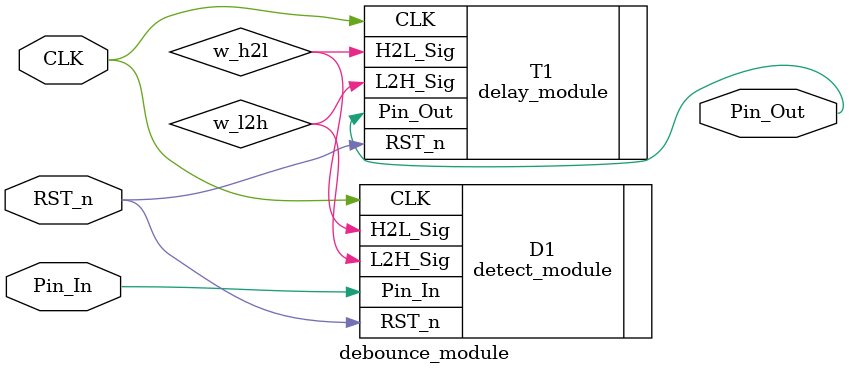
<source format=v>
`timescale 1ns / 1ps
module debounce_module(
    input CLK,
    input RST_n,
    input Pin_In,
    output Pin_Out
    );

    wire w_h2l;
    wire w_l2h;
    
    detect_module D1(.CLK(CLK), .RST_n(RST_n), .Pin_In(Pin_In), .H2L_Sig(w_h2l), .L2H_Sig(w_l2h));
    delay_module T1(.CLK(CLK), .RST_n(RST_n), .H2L_Sig(w_h2l), .L2H_Sig(w_l2h), .Pin_Out(Pin_Out));

endmodule

</source>
